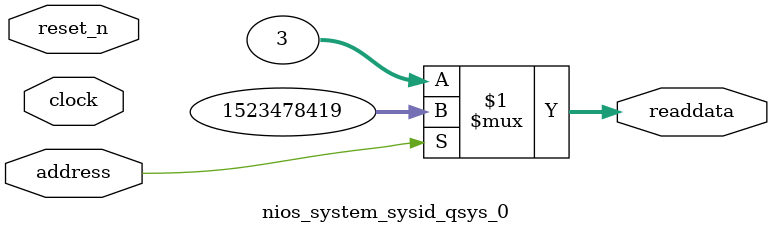
<source format=v>



// synthesis translate_off
`timescale 1ns / 1ps
// synthesis translate_on

// turn off superfluous verilog processor warnings 
// altera message_level Level1 
// altera message_off 10034 10035 10036 10037 10230 10240 10030 

module nios_system_sysid_qsys_0 (
               // inputs:
                address,
                clock,
                reset_n,

               // outputs:
                readdata
             )
;

  output  [ 31: 0] readdata;
  input            address;
  input            clock;
  input            reset_n;

  wire    [ 31: 0] readdata;
  //control_slave, which is an e_avalon_slave
  assign readdata = address ? 1523478419 : 3;

endmodule



</source>
